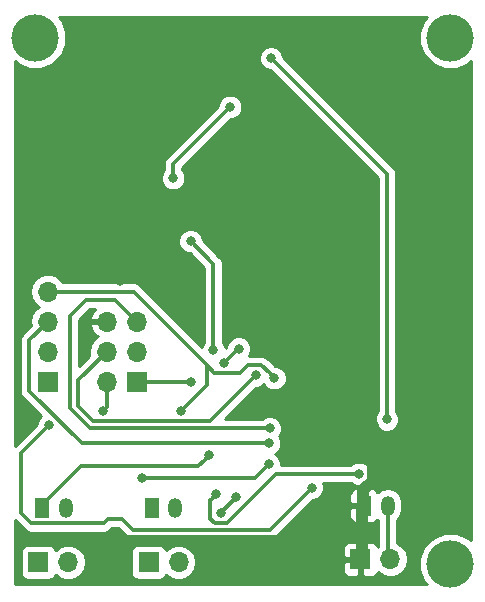
<source format=gbr>
G04 #@! TF.GenerationSoftware,KiCad,Pcbnew,(5.0.0)*
G04 #@! TF.CreationDate,2019-03-26T19:26:32+00:00*
G04 #@! TF.ProjectId,v4,76342E6B696361645F70636200000000,rev?*
G04 #@! TF.SameCoordinates,Original*
G04 #@! TF.FileFunction,Copper,L2,Bot,Signal*
G04 #@! TF.FilePolarity,Positive*
%FSLAX46Y46*%
G04 Gerber Fmt 4.6, Leading zero omitted, Abs format (unit mm)*
G04 Created by KiCad (PCBNEW (5.0.0)) date 03/26/19 19:26:32*
%MOMM*%
%LPD*%
G01*
G04 APERTURE LIST*
G04 #@! TA.AperFunction,ComponentPad*
%ADD10C,4.000000*%
G04 #@! TD*
G04 #@! TA.AperFunction,ComponentPad*
%ADD11R,1.700000X1.700000*%
G04 #@! TD*
G04 #@! TA.AperFunction,ComponentPad*
%ADD12O,1.700000X1.700000*%
G04 #@! TD*
G04 #@! TA.AperFunction,ComponentPad*
%ADD13R,1.200000X1.700000*%
G04 #@! TD*
G04 #@! TA.AperFunction,ComponentPad*
%ADD14O,1.200000X1.700000*%
G04 #@! TD*
G04 #@! TA.AperFunction,ViaPad*
%ADD15C,0.800000*%
G04 #@! TD*
G04 #@! TA.AperFunction,Conductor*
%ADD16C,1.000000*%
G04 #@! TD*
G04 #@! TA.AperFunction,Conductor*
%ADD17C,0.300000*%
G04 #@! TD*
G04 #@! TA.AperFunction,Conductor*
%ADD18C,0.254000*%
G04 #@! TD*
G04 APERTURE END LIST*
D10*
G04 #@! TO.P,REF\002A\002A,1*
G04 #@! TO.N,N/C*
X89204800Y-57302400D03*
G04 #@! TD*
G04 #@! TO.P,REF\002A\002A,1*
G04 #@! TO.N,N/C*
X54051200Y-57302400D03*
G04 #@! TD*
G04 #@! TO.P,REF\002A\002A,1*
G04 #@! TO.N,N/C*
X89204800Y-101854000D03*
G04 #@! TD*
D11*
G04 #@! TO.P,J7,1*
G04 #@! TO.N,Net-(J3-Pad1)*
X63652400Y-101701600D03*
D12*
G04 #@! TO.P,J7,2*
G04 #@! TO.N,Net-(J3-Pad2)*
X66192400Y-101701600D03*
G04 #@! TD*
D13*
G04 #@! TO.P,J3,1*
G04 #@! TO.N,Net-(J3-Pad1)*
X63906400Y-97078800D03*
D14*
G04 #@! TO.P,J3,2*
G04 #@! TO.N,Net-(J3-Pad2)*
X65906400Y-97078800D03*
G04 #@! TD*
D11*
G04 #@! TO.P,J2,1*
G04 #@! TO.N,Net-(D3-Pad2)*
X62636400Y-86410800D03*
D12*
G04 #@! TO.P,J2,2*
G04 #@! TO.N,VCC*
X60096400Y-86410800D03*
G04 #@! TO.P,J2,3*
G04 #@! TO.N,Net-(J2-Pad3)*
X62636400Y-83870800D03*
G04 #@! TO.P,J2,4*
G04 #@! TO.N,Net-(D4-Pad2)*
X60096400Y-83870800D03*
G04 #@! TO.P,J2,5*
G04 #@! TO.N,Net-(J2-Pad5)*
X62636400Y-81330800D03*
G04 #@! TO.P,J2,6*
G04 #@! TO.N,GND*
X60096400Y-81330800D03*
G04 #@! TD*
D13*
G04 #@! TO.P,J1,1*
G04 #@! TO.N,GND*
X81889600Y-96926400D03*
D14*
G04 #@! TO.P,J1,2*
G04 #@! TO.N,VCC*
X83889600Y-96926400D03*
G04 #@! TD*
D13*
G04 #@! TO.P,J4,1*
G04 #@! TO.N,RXD0*
X54660800Y-97078800D03*
D14*
G04 #@! TO.P,J4,2*
G04 #@! TO.N,VCC*
X56660800Y-97078800D03*
G04 #@! TD*
D11*
G04 #@! TO.P,J5,1*
G04 #@! TO.N,GND*
X81584800Y-101447600D03*
D12*
G04 #@! TO.P,J5,2*
G04 #@! TO.N,VCC*
X84124800Y-101447600D03*
G04 #@! TD*
D11*
G04 #@! TO.P,J6,1*
G04 #@! TO.N,RXD0*
X54305200Y-101701600D03*
D12*
G04 #@! TO.P,J6,2*
G04 #@! TO.N,VCC*
X56845200Y-101701600D03*
G04 #@! TD*
G04 #@! TO.P,J8,4*
G04 #@! TO.N,ENABLE*
X55118000Y-78790800D03*
G04 #@! TO.P,J8,3*
G04 #@! TO.N,Net-(J8-Pad3)*
X55118000Y-81330800D03*
G04 #@! TO.P,J8,2*
G04 #@! TO.N,2_VOLT*
X55118000Y-83870800D03*
D11*
G04 #@! TO.P,J8,1*
G04 #@! TO.N,Net-(J8-Pad1)*
X55118000Y-86410800D03*
G04 #@! TD*
D15*
G04 #@! TO.N,GND*
X72390000Y-80772000D03*
X60909198Y-99161600D03*
X78943200Y-84582000D03*
X73026970Y-81408970D03*
X70104000Y-69328400D03*
X61214000Y-77876400D03*
X65125600Y-80111600D03*
G04 #@! TO.N,VCC*
X59791600Y-88862790D03*
G04 #@! TO.N,Net-(J2-Pad5)*
X73914000Y-90373200D03*
G04 #@! TO.N,Net-(J2-Pad3)*
X65735200Y-69189600D03*
X70561200Y-63144400D03*
G04 #@! TO.N,Net-(D4-Pad2)*
X72705213Y-85875613D03*
G04 #@! TO.N,Net-(D3-Pad2)*
X70040648Y-84794349D03*
X71272400Y-83616800D03*
X67259200Y-86410800D03*
G04 #@! TO.N,RXD0*
X68795898Y-92638086D03*
G04 #@! TO.N,ENABLE*
X74301268Y-86121223D03*
X66395600Y-88914023D03*
G04 #@! TO.N,Net-(R3-Pad2)*
X73812400Y-93421200D03*
X63093600Y-94589600D03*
G04 #@! TO.N,TXD0*
X71092812Y-96215200D03*
X69756661Y-97511567D03*
G04 #@! TO.N,2_VOLT*
X81436880Y-94212404D03*
X83820000Y-89611200D03*
X69392800Y-95961200D03*
X74015600Y-59016000D03*
G04 #@! TO.N,Net-(J8-Pad3)*
X73863200Y-91643204D03*
G04 #@! TO.N,Net-(J8-Pad1)*
X55220515Y-90064208D03*
X77470000Y-95402400D03*
G04 #@! TO.N,DUMP_LOAD_ENABLE*
X67208400Y-74523600D03*
X69138800Y-83769200D03*
G04 #@! TD*
D16*
G04 #@! TO.N,GND*
X81584800Y-101447600D02*
X81737200Y-101295200D01*
X82636882Y-90204084D02*
X82636882Y-94788406D01*
X81838800Y-95586488D02*
X81838800Y-96875600D01*
X77317600Y-84480400D02*
X77317600Y-84884802D01*
X82636882Y-94788406D02*
X81838800Y-95586488D01*
X77317600Y-84884802D02*
X82636882Y-90204084D01*
D17*
X77317600Y-84480400D02*
X77419200Y-84582000D01*
X77419200Y-84582000D02*
X78377515Y-84582000D01*
X78377515Y-84582000D02*
X78943200Y-84582000D01*
D16*
X74015600Y-82397600D02*
X72390000Y-80772000D01*
X76454000Y-82397600D02*
X74015600Y-82397600D01*
X76553604Y-82397600D02*
X75336400Y-82397600D01*
X77317600Y-84480400D02*
X77317600Y-83161596D01*
X77317600Y-83161596D02*
X76553604Y-82397600D01*
D17*
X62890400Y-77876400D02*
X64725601Y-79711601D01*
X61214000Y-77876400D02*
X62890400Y-77876400D01*
X64725601Y-79711601D02*
X65125600Y-80111600D01*
X81591201Y-99561599D02*
X81737200Y-99415600D01*
X61309197Y-99561599D02*
X81591201Y-99561599D01*
X60909198Y-99161600D02*
X61309197Y-99561599D01*
D16*
X81737200Y-101295200D02*
X81737200Y-99415600D01*
X81737200Y-99415600D02*
X81737200Y-97078800D01*
D17*
G04 #@! TO.N,VCC*
X60096400Y-86410800D02*
X60096400Y-88557990D01*
X60096400Y-88557990D02*
X59791600Y-88862790D01*
X83889600Y-101212400D02*
X84124800Y-101447600D01*
X83889600Y-96926400D02*
X83889600Y-101212400D01*
G04 #@! TO.N,Net-(J2-Pad5)*
X73348315Y-90373200D02*
X73914000Y-90373200D01*
X60784412Y-79478812D02*
X58341588Y-79478812D01*
X62636400Y-81330800D02*
X60784412Y-79478812D01*
X58341588Y-79478812D02*
X56960399Y-80860001D01*
X56960399Y-80860001D02*
X56960399Y-88618956D01*
X56960399Y-88618956D02*
X58714643Y-90373200D01*
X58714643Y-90373200D02*
X73348315Y-90373200D01*
G04 #@! TO.N,Net-(J2-Pad3)*
X65735200Y-67970400D02*
X70161201Y-63544399D01*
X70161201Y-63544399D02*
X70561200Y-63144400D01*
X65735200Y-69189600D02*
X65735200Y-67970400D01*
G04 #@! TO.N,Net-(D4-Pad2)*
X72305214Y-86275612D02*
X72705213Y-85875613D01*
X68816802Y-89764024D02*
X72305214Y-86275612D01*
X58954010Y-89764024D02*
X68816802Y-89764024D01*
X57658000Y-88468014D02*
X58954010Y-89764024D01*
X60096400Y-83870800D02*
X57658000Y-86309200D01*
X57658000Y-86309200D02*
X57658000Y-88468014D01*
G04 #@! TO.N,Net-(D3-Pad2)*
X71218197Y-83616800D02*
X71272400Y-83616800D01*
X70040648Y-84794349D02*
X71218197Y-83616800D01*
X62636400Y-86410800D02*
X67259200Y-86410800D01*
G04 #@! TO.N,RXD0*
X54660800Y-97078800D02*
X54660800Y-96828800D01*
X67851950Y-93582034D02*
X68395899Y-93038085D01*
X54660800Y-96828800D02*
X57907566Y-93582034D01*
X68395899Y-93038085D02*
X68795898Y-92638086D01*
X57907566Y-93582034D02*
X67851950Y-93582034D01*
G04 #@! TO.N,ENABLE*
X73205648Y-85025603D02*
X73901269Y-85721224D01*
X73901269Y-85721224D02*
X74301268Y-86121223D01*
X72032797Y-85025603D02*
X73205648Y-85025603D01*
X71414049Y-85644351D02*
X72032797Y-85025603D01*
X69229550Y-85644351D02*
X71414049Y-85644351D01*
X68573599Y-84988400D02*
X69229550Y-85644351D01*
X56320081Y-78790800D02*
X55118000Y-78790800D01*
X68573599Y-84988400D02*
X62375999Y-78790800D01*
X62375999Y-78790800D02*
X56320081Y-78790800D01*
X68573599Y-84988400D02*
X68573599Y-86736024D01*
X66795599Y-88514024D02*
X66395600Y-88914023D01*
X68573599Y-86736024D02*
X66795599Y-88514024D01*
G04 #@! TO.N,Net-(R3-Pad2)*
X73812400Y-93421200D02*
X72644000Y-94589600D01*
X72644000Y-94589600D02*
X63659285Y-94589600D01*
X63659285Y-94589600D02*
X63093600Y-94589600D01*
G04 #@! TO.N,TXD0*
X71092812Y-96215200D02*
X69796445Y-97511567D01*
X69796445Y-97511567D02*
X69756661Y-97511567D01*
G04 #@! TO.N,2_VOLT*
X83820000Y-74320400D02*
X83820000Y-89611200D01*
X74015600Y-59016000D02*
X83820000Y-68820400D01*
X83820000Y-68820400D02*
X83820000Y-74320400D01*
X69243473Y-98361577D02*
X68891201Y-98009305D01*
X68992801Y-96361199D02*
X69392800Y-95961200D01*
X68891201Y-98009305D02*
X68891201Y-96462799D01*
X68891201Y-96462799D02*
X68992801Y-96361199D01*
X70269849Y-98361577D02*
X69243473Y-98361577D01*
X74419022Y-94212404D02*
X70269849Y-98361577D01*
X81436880Y-94212404D02*
X74419022Y-94212404D01*
G04 #@! TO.N,Net-(J8-Pad3)*
X53543200Y-87184796D02*
X58001608Y-91643204D01*
X73297515Y-91643204D02*
X73863200Y-91643204D01*
X53543200Y-82905600D02*
X53543200Y-87184796D01*
X58001608Y-91643204D02*
X73297515Y-91643204D01*
X55118000Y-81330800D02*
X53543200Y-82905600D01*
G04 #@! TO.N,Net-(J8-Pad1)*
X73910812Y-98961588D02*
X77070001Y-95802399D01*
X59840798Y-98413198D02*
X60196398Y-98057598D01*
X52832000Y-97510002D02*
X53735196Y-98413198D01*
X52832000Y-92452723D02*
X52832000Y-97510002D01*
X55220515Y-90064208D02*
X52832000Y-92452723D01*
X77070001Y-95802399D02*
X77470000Y-95402400D01*
X62322792Y-98961588D02*
X73910812Y-98961588D01*
X61418802Y-98057598D02*
X62322792Y-98961588D01*
X60196398Y-98057598D02*
X61418802Y-98057598D01*
X53735196Y-98413198D02*
X59840798Y-98413198D01*
G04 #@! TO.N,DUMP_LOAD_ENABLE*
X69138800Y-83203515D02*
X69138800Y-83769200D01*
X69138800Y-76454000D02*
X69138800Y-83203515D01*
X67208400Y-74523600D02*
X69138800Y-76454000D01*
G04 #@! TD*
D18*
G04 #@! TO.N,GND*
G36*
X86970955Y-55809792D02*
X86569800Y-56778266D01*
X86569800Y-57826534D01*
X86970955Y-58795008D01*
X87712192Y-59536245D01*
X88680666Y-59937400D01*
X89728934Y-59937400D01*
X90697408Y-59536245D01*
X90933201Y-59300452D01*
X90933200Y-99855947D01*
X90697408Y-99620155D01*
X89728934Y-99219000D01*
X88680666Y-99219000D01*
X87712192Y-99620155D01*
X86970955Y-100361392D01*
X86569800Y-101329866D01*
X86569800Y-102378134D01*
X86970955Y-103346608D01*
X87206747Y-103582400D01*
X52322800Y-103582400D01*
X52322800Y-100851600D01*
X52807760Y-100851600D01*
X52807760Y-102551600D01*
X52857043Y-102799365D01*
X52997391Y-103009409D01*
X53207435Y-103149757D01*
X53455200Y-103199040D01*
X55155200Y-103199040D01*
X55402965Y-103149757D01*
X55613009Y-103009409D01*
X55753357Y-102799365D01*
X55762384Y-102753981D01*
X55774575Y-102772225D01*
X56265782Y-103100439D01*
X56698944Y-103186600D01*
X56991456Y-103186600D01*
X57424618Y-103100439D01*
X57915825Y-102772225D01*
X58244039Y-102281018D01*
X58359292Y-101701600D01*
X58244039Y-101122182D01*
X58063242Y-100851600D01*
X62154960Y-100851600D01*
X62154960Y-102551600D01*
X62204243Y-102799365D01*
X62344591Y-103009409D01*
X62554635Y-103149757D01*
X62802400Y-103199040D01*
X64502400Y-103199040D01*
X64750165Y-103149757D01*
X64960209Y-103009409D01*
X65100557Y-102799365D01*
X65109584Y-102753981D01*
X65121775Y-102772225D01*
X65612982Y-103100439D01*
X66046144Y-103186600D01*
X66338656Y-103186600D01*
X66771818Y-103100439D01*
X67263025Y-102772225D01*
X67591239Y-102281018D01*
X67700176Y-101733350D01*
X80099800Y-101733350D01*
X80099800Y-102423909D01*
X80196473Y-102657298D01*
X80375101Y-102835927D01*
X80608490Y-102932600D01*
X81299050Y-102932600D01*
X81457800Y-102773850D01*
X81457800Y-101574600D01*
X80258550Y-101574600D01*
X80099800Y-101733350D01*
X67700176Y-101733350D01*
X67706492Y-101701600D01*
X67591239Y-101122182D01*
X67263025Y-100630975D01*
X67024041Y-100471291D01*
X80099800Y-100471291D01*
X80099800Y-101161850D01*
X80258550Y-101320600D01*
X81457800Y-101320600D01*
X81457800Y-100121350D01*
X81711800Y-100121350D01*
X81711800Y-101320600D01*
X81731800Y-101320600D01*
X81731800Y-101574600D01*
X81711800Y-101574600D01*
X81711800Y-102773850D01*
X81870550Y-102932600D01*
X82561110Y-102932600D01*
X82794499Y-102835927D01*
X82973127Y-102657298D01*
X83039704Y-102496567D01*
X83054175Y-102518225D01*
X83545382Y-102846439D01*
X83978544Y-102932600D01*
X84271056Y-102932600D01*
X84704218Y-102846439D01*
X85195425Y-102518225D01*
X85523639Y-102027018D01*
X85638892Y-101447600D01*
X85523639Y-100868182D01*
X85195425Y-100376975D01*
X84704218Y-100048761D01*
X84674600Y-100042870D01*
X84674600Y-98137201D01*
X84779985Y-98066785D01*
X85052944Y-97658272D01*
X85124600Y-97298035D01*
X85124600Y-96554764D01*
X85052944Y-96194527D01*
X84779985Y-95786015D01*
X84371472Y-95513056D01*
X83889600Y-95417205D01*
X83407727Y-95513056D01*
X83044190Y-95755964D01*
X83027927Y-95716701D01*
X82849298Y-95538073D01*
X82615909Y-95441400D01*
X82175350Y-95441400D01*
X82016600Y-95600150D01*
X82016600Y-96799400D01*
X82036600Y-96799400D01*
X82036600Y-97053400D01*
X82016600Y-97053400D01*
X82016600Y-98252650D01*
X82175350Y-98411400D01*
X82615909Y-98411400D01*
X82849298Y-98314727D01*
X83027927Y-98136099D01*
X83044190Y-98096836D01*
X83104600Y-98137201D01*
X83104601Y-100343282D01*
X83054175Y-100376975D01*
X83039704Y-100398633D01*
X82973127Y-100237902D01*
X82794499Y-100059273D01*
X82561110Y-99962600D01*
X81870550Y-99962600D01*
X81711800Y-100121350D01*
X81457800Y-100121350D01*
X81299050Y-99962600D01*
X80608490Y-99962600D01*
X80375101Y-100059273D01*
X80196473Y-100237902D01*
X80099800Y-100471291D01*
X67024041Y-100471291D01*
X66771818Y-100302761D01*
X66338656Y-100216600D01*
X66046144Y-100216600D01*
X65612982Y-100302761D01*
X65121775Y-100630975D01*
X65109584Y-100649219D01*
X65100557Y-100603835D01*
X64960209Y-100393791D01*
X64750165Y-100253443D01*
X64502400Y-100204160D01*
X62802400Y-100204160D01*
X62554635Y-100253443D01*
X62344591Y-100393791D01*
X62204243Y-100603835D01*
X62154960Y-100851600D01*
X58063242Y-100851600D01*
X57915825Y-100630975D01*
X57424618Y-100302761D01*
X56991456Y-100216600D01*
X56698944Y-100216600D01*
X56265782Y-100302761D01*
X55774575Y-100630975D01*
X55762384Y-100649219D01*
X55753357Y-100603835D01*
X55613009Y-100393791D01*
X55402965Y-100253443D01*
X55155200Y-100204160D01*
X53455200Y-100204160D01*
X53207435Y-100253443D01*
X52997391Y-100393791D01*
X52857043Y-100603835D01*
X52807760Y-100851600D01*
X52322800Y-100851600D01*
X52322800Y-98113876D01*
X52331590Y-98119749D01*
X53125449Y-98913609D01*
X53169243Y-98979151D01*
X53234785Y-99022945D01*
X53234787Y-99022947D01*
X53351648Y-99101031D01*
X53428904Y-99152652D01*
X53657880Y-99198198D01*
X53657883Y-99198198D01*
X53735195Y-99213576D01*
X53812507Y-99198198D01*
X59763486Y-99198198D01*
X59840798Y-99213576D01*
X59918110Y-99198198D01*
X59918114Y-99198198D01*
X60147090Y-99152652D01*
X60406751Y-98979151D01*
X60450547Y-98913606D01*
X60521555Y-98842598D01*
X61093645Y-98842598D01*
X61713045Y-99461999D01*
X61756839Y-99527541D01*
X61822381Y-99571335D01*
X61822383Y-99571337D01*
X62016500Y-99701042D01*
X62245476Y-99746588D01*
X62245480Y-99746588D01*
X62322792Y-99761966D01*
X62400104Y-99746588D01*
X73833500Y-99746588D01*
X73910812Y-99761966D01*
X73988124Y-99746588D01*
X73988128Y-99746588D01*
X74217104Y-99701042D01*
X74476765Y-99527541D01*
X74520561Y-99461996D01*
X76770407Y-97212150D01*
X80654600Y-97212150D01*
X80654600Y-97902710D01*
X80751273Y-98136099D01*
X80929902Y-98314727D01*
X81163291Y-98411400D01*
X81603850Y-98411400D01*
X81762600Y-98252650D01*
X81762600Y-97053400D01*
X80813350Y-97053400D01*
X80654600Y-97212150D01*
X76770407Y-97212150D01*
X77545158Y-96437400D01*
X77675874Y-96437400D01*
X78056280Y-96279831D01*
X78347431Y-95988680D01*
X78363415Y-95950090D01*
X80654600Y-95950090D01*
X80654600Y-96640650D01*
X80813350Y-96799400D01*
X81762600Y-96799400D01*
X81762600Y-95600150D01*
X81603850Y-95441400D01*
X81163291Y-95441400D01*
X80929902Y-95538073D01*
X80751273Y-95716701D01*
X80654600Y-95950090D01*
X78363415Y-95950090D01*
X78505000Y-95608274D01*
X78505000Y-95196526D01*
X78422521Y-94997404D01*
X80758169Y-94997404D01*
X80850600Y-95089835D01*
X81231006Y-95247404D01*
X81642754Y-95247404D01*
X82023160Y-95089835D01*
X82314311Y-94798684D01*
X82471880Y-94418278D01*
X82471880Y-94006530D01*
X82314311Y-93626124D01*
X82023160Y-93334973D01*
X81642754Y-93177404D01*
X81231006Y-93177404D01*
X80850600Y-93334973D01*
X80758169Y-93427404D01*
X74847400Y-93427404D01*
X74847400Y-93215326D01*
X74689831Y-92834920D01*
X74398680Y-92543769D01*
X74396155Y-92542723D01*
X74449480Y-92520635D01*
X74740631Y-92229484D01*
X74898200Y-91849078D01*
X74898200Y-91437330D01*
X74740631Y-91056924D01*
X74717309Y-91033602D01*
X74791431Y-90959480D01*
X74949000Y-90579074D01*
X74949000Y-90167326D01*
X74791431Y-89786920D01*
X74500280Y-89495769D01*
X74119874Y-89338200D01*
X73708126Y-89338200D01*
X73327720Y-89495769D01*
X73235289Y-89588200D01*
X70102783Y-89588200D01*
X72780370Y-86910613D01*
X72911087Y-86910613D01*
X73291493Y-86753044D01*
X73398413Y-86646124D01*
X73423837Y-86707503D01*
X73714988Y-86998654D01*
X74095394Y-87156223D01*
X74507142Y-87156223D01*
X74887548Y-86998654D01*
X75178699Y-86707503D01*
X75336268Y-86327097D01*
X75336268Y-85915349D01*
X75178699Y-85534943D01*
X74887548Y-85243792D01*
X74507142Y-85086223D01*
X74376425Y-85086223D01*
X73815397Y-84525195D01*
X73771601Y-84459650D01*
X73511940Y-84286149D01*
X73282964Y-84240603D01*
X73282960Y-84240603D01*
X73205648Y-84225225D01*
X73128336Y-84240603D01*
X72112308Y-84240603D01*
X72149831Y-84203080D01*
X72307400Y-83822674D01*
X72307400Y-83410926D01*
X72149831Y-83030520D01*
X71858680Y-82739369D01*
X71478274Y-82581800D01*
X71066526Y-82581800D01*
X70686120Y-82739369D01*
X70394969Y-83030520D01*
X70237400Y-83410926D01*
X70237400Y-83487440D01*
X70170202Y-83554638D01*
X70016231Y-83182920D01*
X69923800Y-83090489D01*
X69923800Y-76531312D01*
X69939178Y-76454000D01*
X69923800Y-76376688D01*
X69923800Y-76376684D01*
X69878254Y-76147708D01*
X69748549Y-75953591D01*
X69748547Y-75953589D01*
X69704753Y-75888047D01*
X69639211Y-75844253D01*
X68243400Y-74448443D01*
X68243400Y-74317726D01*
X68085831Y-73937320D01*
X67794680Y-73646169D01*
X67414274Y-73488600D01*
X67002526Y-73488600D01*
X66622120Y-73646169D01*
X66330969Y-73937320D01*
X66173400Y-74317726D01*
X66173400Y-74729474D01*
X66330969Y-75109880D01*
X66622120Y-75401031D01*
X67002526Y-75558600D01*
X67133243Y-75558600D01*
X68353800Y-76779158D01*
X68353801Y-83090488D01*
X68261369Y-83182920D01*
X68149164Y-83453807D01*
X62985748Y-78290392D01*
X62941952Y-78224847D01*
X62682291Y-78051346D01*
X62453315Y-78005800D01*
X62453311Y-78005800D01*
X62375999Y-77990422D01*
X62298687Y-78005800D01*
X56379474Y-78005800D01*
X56188625Y-77720175D01*
X55697418Y-77391961D01*
X55264256Y-77305800D01*
X54971744Y-77305800D01*
X54538582Y-77391961D01*
X54047375Y-77720175D01*
X53719161Y-78211382D01*
X53603908Y-78790800D01*
X53719161Y-79370218D01*
X54047375Y-79861425D01*
X54345761Y-80060800D01*
X54047375Y-80260175D01*
X53719161Y-80751382D01*
X53603908Y-81330800D01*
X53670925Y-81667718D01*
X53042792Y-82295851D01*
X52977247Y-82339647D01*
X52803746Y-82599309D01*
X52758200Y-82828285D01*
X52758200Y-82828288D01*
X52742822Y-82905600D01*
X52758200Y-82982912D01*
X52758201Y-87107479D01*
X52742822Y-87184796D01*
X52803746Y-87491087D01*
X52933451Y-87685204D01*
X52933454Y-87685207D01*
X52977248Y-87750749D01*
X53042790Y-87794543D01*
X54534629Y-89286383D01*
X54343084Y-89477928D01*
X54185515Y-89858334D01*
X54185515Y-89989050D01*
X52331592Y-91842974D01*
X52322800Y-91848849D01*
X52322800Y-68983726D01*
X64700200Y-68983726D01*
X64700200Y-69395474D01*
X64857769Y-69775880D01*
X65148920Y-70067031D01*
X65529326Y-70224600D01*
X65941074Y-70224600D01*
X66321480Y-70067031D01*
X66612631Y-69775880D01*
X66770200Y-69395474D01*
X66770200Y-68983726D01*
X66612631Y-68603320D01*
X66520200Y-68510889D01*
X66520200Y-68295557D01*
X70636357Y-64179400D01*
X70767074Y-64179400D01*
X71147480Y-64021831D01*
X71438631Y-63730680D01*
X71596200Y-63350274D01*
X71596200Y-62938526D01*
X71438631Y-62558120D01*
X71147480Y-62266969D01*
X70767074Y-62109400D01*
X70355326Y-62109400D01*
X69974920Y-62266969D01*
X69683769Y-62558120D01*
X69526200Y-62938526D01*
X69526200Y-63069243D01*
X65234790Y-67360653D01*
X65169248Y-67404447D01*
X65125454Y-67469989D01*
X65125451Y-67469992D01*
X64995746Y-67664109D01*
X64934822Y-67970400D01*
X64950201Y-68047716D01*
X64950201Y-68510888D01*
X64857769Y-68603320D01*
X64700200Y-68983726D01*
X52322800Y-68983726D01*
X52322800Y-59300453D01*
X52558592Y-59536245D01*
X53527066Y-59937400D01*
X54575334Y-59937400D01*
X55543808Y-59536245D01*
X56269927Y-58810126D01*
X72980600Y-58810126D01*
X72980600Y-59221874D01*
X73138169Y-59602280D01*
X73429320Y-59893431D01*
X73809726Y-60051000D01*
X73940443Y-60051000D01*
X83035000Y-69145558D01*
X83035001Y-74243080D01*
X83035000Y-74243085D01*
X83035001Y-88932488D01*
X82942569Y-89024920D01*
X82785000Y-89405326D01*
X82785000Y-89817074D01*
X82942569Y-90197480D01*
X83233720Y-90488631D01*
X83614126Y-90646200D01*
X84025874Y-90646200D01*
X84406280Y-90488631D01*
X84697431Y-90197480D01*
X84855000Y-89817074D01*
X84855000Y-89405326D01*
X84697431Y-89024920D01*
X84605000Y-88932489D01*
X84605000Y-68897710D01*
X84620378Y-68820399D01*
X84605000Y-68743088D01*
X84605000Y-68743084D01*
X84559454Y-68514108D01*
X84514711Y-68447146D01*
X84429749Y-68319991D01*
X84429747Y-68319989D01*
X84385953Y-68254447D01*
X84320411Y-68210653D01*
X75050600Y-58940843D01*
X75050600Y-58810126D01*
X74893031Y-58429720D01*
X74601880Y-58138569D01*
X74221474Y-57981000D01*
X73809726Y-57981000D01*
X73429320Y-58138569D01*
X73138169Y-58429720D01*
X72980600Y-58810126D01*
X56269927Y-58810126D01*
X56285045Y-58795008D01*
X56686200Y-57826534D01*
X56686200Y-56778266D01*
X56285045Y-55809792D01*
X56049253Y-55574000D01*
X87206747Y-55574000D01*
X86970955Y-55809792D01*
X86970955Y-55809792D01*
G37*
X86970955Y-55809792D02*
X86569800Y-56778266D01*
X86569800Y-57826534D01*
X86970955Y-58795008D01*
X87712192Y-59536245D01*
X88680666Y-59937400D01*
X89728934Y-59937400D01*
X90697408Y-59536245D01*
X90933201Y-59300452D01*
X90933200Y-99855947D01*
X90697408Y-99620155D01*
X89728934Y-99219000D01*
X88680666Y-99219000D01*
X87712192Y-99620155D01*
X86970955Y-100361392D01*
X86569800Y-101329866D01*
X86569800Y-102378134D01*
X86970955Y-103346608D01*
X87206747Y-103582400D01*
X52322800Y-103582400D01*
X52322800Y-100851600D01*
X52807760Y-100851600D01*
X52807760Y-102551600D01*
X52857043Y-102799365D01*
X52997391Y-103009409D01*
X53207435Y-103149757D01*
X53455200Y-103199040D01*
X55155200Y-103199040D01*
X55402965Y-103149757D01*
X55613009Y-103009409D01*
X55753357Y-102799365D01*
X55762384Y-102753981D01*
X55774575Y-102772225D01*
X56265782Y-103100439D01*
X56698944Y-103186600D01*
X56991456Y-103186600D01*
X57424618Y-103100439D01*
X57915825Y-102772225D01*
X58244039Y-102281018D01*
X58359292Y-101701600D01*
X58244039Y-101122182D01*
X58063242Y-100851600D01*
X62154960Y-100851600D01*
X62154960Y-102551600D01*
X62204243Y-102799365D01*
X62344591Y-103009409D01*
X62554635Y-103149757D01*
X62802400Y-103199040D01*
X64502400Y-103199040D01*
X64750165Y-103149757D01*
X64960209Y-103009409D01*
X65100557Y-102799365D01*
X65109584Y-102753981D01*
X65121775Y-102772225D01*
X65612982Y-103100439D01*
X66046144Y-103186600D01*
X66338656Y-103186600D01*
X66771818Y-103100439D01*
X67263025Y-102772225D01*
X67591239Y-102281018D01*
X67700176Y-101733350D01*
X80099800Y-101733350D01*
X80099800Y-102423909D01*
X80196473Y-102657298D01*
X80375101Y-102835927D01*
X80608490Y-102932600D01*
X81299050Y-102932600D01*
X81457800Y-102773850D01*
X81457800Y-101574600D01*
X80258550Y-101574600D01*
X80099800Y-101733350D01*
X67700176Y-101733350D01*
X67706492Y-101701600D01*
X67591239Y-101122182D01*
X67263025Y-100630975D01*
X67024041Y-100471291D01*
X80099800Y-100471291D01*
X80099800Y-101161850D01*
X80258550Y-101320600D01*
X81457800Y-101320600D01*
X81457800Y-100121350D01*
X81711800Y-100121350D01*
X81711800Y-101320600D01*
X81731800Y-101320600D01*
X81731800Y-101574600D01*
X81711800Y-101574600D01*
X81711800Y-102773850D01*
X81870550Y-102932600D01*
X82561110Y-102932600D01*
X82794499Y-102835927D01*
X82973127Y-102657298D01*
X83039704Y-102496567D01*
X83054175Y-102518225D01*
X83545382Y-102846439D01*
X83978544Y-102932600D01*
X84271056Y-102932600D01*
X84704218Y-102846439D01*
X85195425Y-102518225D01*
X85523639Y-102027018D01*
X85638892Y-101447600D01*
X85523639Y-100868182D01*
X85195425Y-100376975D01*
X84704218Y-100048761D01*
X84674600Y-100042870D01*
X84674600Y-98137201D01*
X84779985Y-98066785D01*
X85052944Y-97658272D01*
X85124600Y-97298035D01*
X85124600Y-96554764D01*
X85052944Y-96194527D01*
X84779985Y-95786015D01*
X84371472Y-95513056D01*
X83889600Y-95417205D01*
X83407727Y-95513056D01*
X83044190Y-95755964D01*
X83027927Y-95716701D01*
X82849298Y-95538073D01*
X82615909Y-95441400D01*
X82175350Y-95441400D01*
X82016600Y-95600150D01*
X82016600Y-96799400D01*
X82036600Y-96799400D01*
X82036600Y-97053400D01*
X82016600Y-97053400D01*
X82016600Y-98252650D01*
X82175350Y-98411400D01*
X82615909Y-98411400D01*
X82849298Y-98314727D01*
X83027927Y-98136099D01*
X83044190Y-98096836D01*
X83104600Y-98137201D01*
X83104601Y-100343282D01*
X83054175Y-100376975D01*
X83039704Y-100398633D01*
X82973127Y-100237902D01*
X82794499Y-100059273D01*
X82561110Y-99962600D01*
X81870550Y-99962600D01*
X81711800Y-100121350D01*
X81457800Y-100121350D01*
X81299050Y-99962600D01*
X80608490Y-99962600D01*
X80375101Y-100059273D01*
X80196473Y-100237902D01*
X80099800Y-100471291D01*
X67024041Y-100471291D01*
X66771818Y-100302761D01*
X66338656Y-100216600D01*
X66046144Y-100216600D01*
X65612982Y-100302761D01*
X65121775Y-100630975D01*
X65109584Y-100649219D01*
X65100557Y-100603835D01*
X64960209Y-100393791D01*
X64750165Y-100253443D01*
X64502400Y-100204160D01*
X62802400Y-100204160D01*
X62554635Y-100253443D01*
X62344591Y-100393791D01*
X62204243Y-100603835D01*
X62154960Y-100851600D01*
X58063242Y-100851600D01*
X57915825Y-100630975D01*
X57424618Y-100302761D01*
X56991456Y-100216600D01*
X56698944Y-100216600D01*
X56265782Y-100302761D01*
X55774575Y-100630975D01*
X55762384Y-100649219D01*
X55753357Y-100603835D01*
X55613009Y-100393791D01*
X55402965Y-100253443D01*
X55155200Y-100204160D01*
X53455200Y-100204160D01*
X53207435Y-100253443D01*
X52997391Y-100393791D01*
X52857043Y-100603835D01*
X52807760Y-100851600D01*
X52322800Y-100851600D01*
X52322800Y-98113876D01*
X52331590Y-98119749D01*
X53125449Y-98913609D01*
X53169243Y-98979151D01*
X53234785Y-99022945D01*
X53234787Y-99022947D01*
X53351648Y-99101031D01*
X53428904Y-99152652D01*
X53657880Y-99198198D01*
X53657883Y-99198198D01*
X53735195Y-99213576D01*
X53812507Y-99198198D01*
X59763486Y-99198198D01*
X59840798Y-99213576D01*
X59918110Y-99198198D01*
X59918114Y-99198198D01*
X60147090Y-99152652D01*
X60406751Y-98979151D01*
X60450547Y-98913606D01*
X60521555Y-98842598D01*
X61093645Y-98842598D01*
X61713045Y-99461999D01*
X61756839Y-99527541D01*
X61822381Y-99571335D01*
X61822383Y-99571337D01*
X62016500Y-99701042D01*
X62245476Y-99746588D01*
X62245480Y-99746588D01*
X62322792Y-99761966D01*
X62400104Y-99746588D01*
X73833500Y-99746588D01*
X73910812Y-99761966D01*
X73988124Y-99746588D01*
X73988128Y-99746588D01*
X74217104Y-99701042D01*
X74476765Y-99527541D01*
X74520561Y-99461996D01*
X76770407Y-97212150D01*
X80654600Y-97212150D01*
X80654600Y-97902710D01*
X80751273Y-98136099D01*
X80929902Y-98314727D01*
X81163291Y-98411400D01*
X81603850Y-98411400D01*
X81762600Y-98252650D01*
X81762600Y-97053400D01*
X80813350Y-97053400D01*
X80654600Y-97212150D01*
X76770407Y-97212150D01*
X77545158Y-96437400D01*
X77675874Y-96437400D01*
X78056280Y-96279831D01*
X78347431Y-95988680D01*
X78363415Y-95950090D01*
X80654600Y-95950090D01*
X80654600Y-96640650D01*
X80813350Y-96799400D01*
X81762600Y-96799400D01*
X81762600Y-95600150D01*
X81603850Y-95441400D01*
X81163291Y-95441400D01*
X80929902Y-95538073D01*
X80751273Y-95716701D01*
X80654600Y-95950090D01*
X78363415Y-95950090D01*
X78505000Y-95608274D01*
X78505000Y-95196526D01*
X78422521Y-94997404D01*
X80758169Y-94997404D01*
X80850600Y-95089835D01*
X81231006Y-95247404D01*
X81642754Y-95247404D01*
X82023160Y-95089835D01*
X82314311Y-94798684D01*
X82471880Y-94418278D01*
X82471880Y-94006530D01*
X82314311Y-93626124D01*
X82023160Y-93334973D01*
X81642754Y-93177404D01*
X81231006Y-93177404D01*
X80850600Y-93334973D01*
X80758169Y-93427404D01*
X74847400Y-93427404D01*
X74847400Y-93215326D01*
X74689831Y-92834920D01*
X74398680Y-92543769D01*
X74396155Y-92542723D01*
X74449480Y-92520635D01*
X74740631Y-92229484D01*
X74898200Y-91849078D01*
X74898200Y-91437330D01*
X74740631Y-91056924D01*
X74717309Y-91033602D01*
X74791431Y-90959480D01*
X74949000Y-90579074D01*
X74949000Y-90167326D01*
X74791431Y-89786920D01*
X74500280Y-89495769D01*
X74119874Y-89338200D01*
X73708126Y-89338200D01*
X73327720Y-89495769D01*
X73235289Y-89588200D01*
X70102783Y-89588200D01*
X72780370Y-86910613D01*
X72911087Y-86910613D01*
X73291493Y-86753044D01*
X73398413Y-86646124D01*
X73423837Y-86707503D01*
X73714988Y-86998654D01*
X74095394Y-87156223D01*
X74507142Y-87156223D01*
X74887548Y-86998654D01*
X75178699Y-86707503D01*
X75336268Y-86327097D01*
X75336268Y-85915349D01*
X75178699Y-85534943D01*
X74887548Y-85243792D01*
X74507142Y-85086223D01*
X74376425Y-85086223D01*
X73815397Y-84525195D01*
X73771601Y-84459650D01*
X73511940Y-84286149D01*
X73282964Y-84240603D01*
X73282960Y-84240603D01*
X73205648Y-84225225D01*
X73128336Y-84240603D01*
X72112308Y-84240603D01*
X72149831Y-84203080D01*
X72307400Y-83822674D01*
X72307400Y-83410926D01*
X72149831Y-83030520D01*
X71858680Y-82739369D01*
X71478274Y-82581800D01*
X71066526Y-82581800D01*
X70686120Y-82739369D01*
X70394969Y-83030520D01*
X70237400Y-83410926D01*
X70237400Y-83487440D01*
X70170202Y-83554638D01*
X70016231Y-83182920D01*
X69923800Y-83090489D01*
X69923800Y-76531312D01*
X69939178Y-76454000D01*
X69923800Y-76376688D01*
X69923800Y-76376684D01*
X69878254Y-76147708D01*
X69748549Y-75953591D01*
X69748547Y-75953589D01*
X69704753Y-75888047D01*
X69639211Y-75844253D01*
X68243400Y-74448443D01*
X68243400Y-74317726D01*
X68085831Y-73937320D01*
X67794680Y-73646169D01*
X67414274Y-73488600D01*
X67002526Y-73488600D01*
X66622120Y-73646169D01*
X66330969Y-73937320D01*
X66173400Y-74317726D01*
X66173400Y-74729474D01*
X66330969Y-75109880D01*
X66622120Y-75401031D01*
X67002526Y-75558600D01*
X67133243Y-75558600D01*
X68353800Y-76779158D01*
X68353801Y-83090488D01*
X68261369Y-83182920D01*
X68149164Y-83453807D01*
X62985748Y-78290392D01*
X62941952Y-78224847D01*
X62682291Y-78051346D01*
X62453315Y-78005800D01*
X62453311Y-78005800D01*
X62375999Y-77990422D01*
X62298687Y-78005800D01*
X56379474Y-78005800D01*
X56188625Y-77720175D01*
X55697418Y-77391961D01*
X55264256Y-77305800D01*
X54971744Y-77305800D01*
X54538582Y-77391961D01*
X54047375Y-77720175D01*
X53719161Y-78211382D01*
X53603908Y-78790800D01*
X53719161Y-79370218D01*
X54047375Y-79861425D01*
X54345761Y-80060800D01*
X54047375Y-80260175D01*
X53719161Y-80751382D01*
X53603908Y-81330800D01*
X53670925Y-81667718D01*
X53042792Y-82295851D01*
X52977247Y-82339647D01*
X52803746Y-82599309D01*
X52758200Y-82828285D01*
X52758200Y-82828288D01*
X52742822Y-82905600D01*
X52758200Y-82982912D01*
X52758201Y-87107479D01*
X52742822Y-87184796D01*
X52803746Y-87491087D01*
X52933451Y-87685204D01*
X52933454Y-87685207D01*
X52977248Y-87750749D01*
X53042790Y-87794543D01*
X54534629Y-89286383D01*
X54343084Y-89477928D01*
X54185515Y-89858334D01*
X54185515Y-89989050D01*
X52331592Y-91842974D01*
X52322800Y-91848849D01*
X52322800Y-68983726D01*
X64700200Y-68983726D01*
X64700200Y-69395474D01*
X64857769Y-69775880D01*
X65148920Y-70067031D01*
X65529326Y-70224600D01*
X65941074Y-70224600D01*
X66321480Y-70067031D01*
X66612631Y-69775880D01*
X66770200Y-69395474D01*
X66770200Y-68983726D01*
X66612631Y-68603320D01*
X66520200Y-68510889D01*
X66520200Y-68295557D01*
X70636357Y-64179400D01*
X70767074Y-64179400D01*
X71147480Y-64021831D01*
X71438631Y-63730680D01*
X71596200Y-63350274D01*
X71596200Y-62938526D01*
X71438631Y-62558120D01*
X71147480Y-62266969D01*
X70767074Y-62109400D01*
X70355326Y-62109400D01*
X69974920Y-62266969D01*
X69683769Y-62558120D01*
X69526200Y-62938526D01*
X69526200Y-63069243D01*
X65234790Y-67360653D01*
X65169248Y-67404447D01*
X65125454Y-67469989D01*
X65125451Y-67469992D01*
X64995746Y-67664109D01*
X64934822Y-67970400D01*
X64950201Y-68047716D01*
X64950201Y-68510888D01*
X64857769Y-68603320D01*
X64700200Y-68983726D01*
X52322800Y-68983726D01*
X52322800Y-59300453D01*
X52558592Y-59536245D01*
X53527066Y-59937400D01*
X54575334Y-59937400D01*
X55543808Y-59536245D01*
X56269927Y-58810126D01*
X72980600Y-58810126D01*
X72980600Y-59221874D01*
X73138169Y-59602280D01*
X73429320Y-59893431D01*
X73809726Y-60051000D01*
X73940443Y-60051000D01*
X83035000Y-69145558D01*
X83035001Y-74243080D01*
X83035000Y-74243085D01*
X83035001Y-88932488D01*
X82942569Y-89024920D01*
X82785000Y-89405326D01*
X82785000Y-89817074D01*
X82942569Y-90197480D01*
X83233720Y-90488631D01*
X83614126Y-90646200D01*
X84025874Y-90646200D01*
X84406280Y-90488631D01*
X84697431Y-90197480D01*
X84855000Y-89817074D01*
X84855000Y-89405326D01*
X84697431Y-89024920D01*
X84605000Y-88932489D01*
X84605000Y-68897710D01*
X84620378Y-68820399D01*
X84605000Y-68743088D01*
X84605000Y-68743084D01*
X84559454Y-68514108D01*
X84514711Y-68447146D01*
X84429749Y-68319991D01*
X84429747Y-68319989D01*
X84385953Y-68254447D01*
X84320411Y-68210653D01*
X75050600Y-58940843D01*
X75050600Y-58810126D01*
X74893031Y-58429720D01*
X74601880Y-58138569D01*
X74221474Y-57981000D01*
X73809726Y-57981000D01*
X73429320Y-58138569D01*
X73138169Y-58429720D01*
X72980600Y-58810126D01*
X56269927Y-58810126D01*
X56285045Y-58795008D01*
X56686200Y-57826534D01*
X56686200Y-56778266D01*
X56285045Y-55809792D01*
X56049253Y-55574000D01*
X87206747Y-55574000D01*
X86970955Y-55809792D01*
G36*
X58824755Y-80563876D02*
X58654924Y-80973910D01*
X58776245Y-81203800D01*
X59969400Y-81203800D01*
X59969400Y-81183800D01*
X60223400Y-81183800D01*
X60223400Y-81203800D01*
X60243400Y-81203800D01*
X60243400Y-81457800D01*
X60223400Y-81457800D01*
X60223400Y-81477800D01*
X59969400Y-81477800D01*
X59969400Y-81457800D01*
X58776245Y-81457800D01*
X58654924Y-81687690D01*
X58824755Y-82097724D01*
X59215042Y-82525983D01*
X59344878Y-82586957D01*
X59025775Y-82800175D01*
X58697561Y-83291382D01*
X58582308Y-83870800D01*
X58649325Y-84207718D01*
X57745399Y-85111644D01*
X57745399Y-81185158D01*
X58666746Y-80263812D01*
X59098214Y-80263812D01*
X58824755Y-80563876D01*
X58824755Y-80563876D01*
G37*
X58824755Y-80563876D02*
X58654924Y-80973910D01*
X58776245Y-81203800D01*
X59969400Y-81203800D01*
X59969400Y-81183800D01*
X60223400Y-81183800D01*
X60223400Y-81203800D01*
X60243400Y-81203800D01*
X60243400Y-81457800D01*
X60223400Y-81457800D01*
X60223400Y-81477800D01*
X59969400Y-81477800D01*
X59969400Y-81457800D01*
X58776245Y-81457800D01*
X58654924Y-81687690D01*
X58824755Y-82097724D01*
X59215042Y-82525983D01*
X59344878Y-82586957D01*
X59025775Y-82800175D01*
X58697561Y-83291382D01*
X58582308Y-83870800D01*
X58649325Y-84207718D01*
X57745399Y-85111644D01*
X57745399Y-81185158D01*
X58666746Y-80263812D01*
X59098214Y-80263812D01*
X58824755Y-80563876D01*
G04 #@! TD*
M02*

</source>
